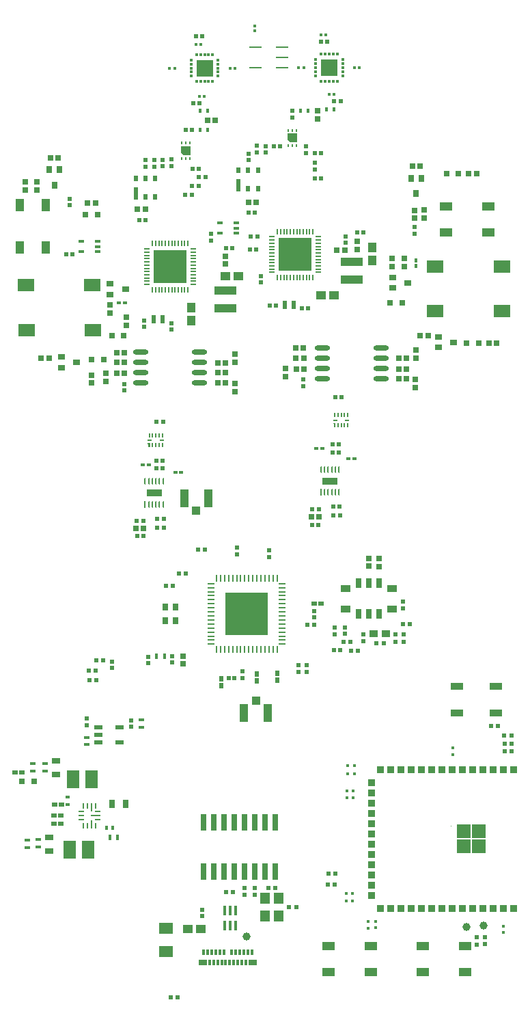
<source format=gtp>
G04*
G04 #@! TF.GenerationSoftware,Altium Limited,Altium Designer,24.2.2 (26)*
G04*
G04 Layer_Color=8421504*
%FSLAX44Y44*%
%MOMM*%
G71*
G04*
G04 #@! TF.SameCoordinates,1647D1FA-22C0-4C44-882E-AE6E89F1C5CA*
G04*
G04*
G04 #@! TF.FilePolarity,Positive*
G04*
G01*
G75*
%ADD17R,0.2000X0.5000*%
%ADD18R,0.5000X0.2000*%
%ADD19R,1.8231X0.9231*%
%ADD20R,0.5200X0.5200*%
%ADD21R,2.7000X1.0000*%
%ADD22R,1.8000X1.3400*%
%ADD23R,0.2500X0.4000*%
%ADD24C,0.9900*%
%ADD25R,0.8128X0.2540*%
%ADD26R,0.2540X0.8128*%
%ADD27R,0.6750X0.4500*%
%ADD28R,1.1000X0.6000*%
%ADD29R,0.4500X0.4500*%
%ADD30R,0.8890X0.8382*%
%ADD31R,0.8382X0.8890*%
%ADD32R,0.0254X0.0254*%
%ADD33R,0.2000X0.6500*%
%ADD34R,0.6500X0.2000*%
%ADD35R,4.1000X4.1000*%
%ADD36R,0.8000X0.8000*%
%ADD37R,5.3086X5.3086*%
%ADD38R,1.2500X0.8500*%
%ADD39R,0.6500X1.2500*%
%ADD40R,0.6500X0.7000*%
%ADD41R,0.5200X0.5200*%
%ADD42R,1.5549X2.3062*%
%ADD43R,0.6500X0.6000*%
%ADD44R,0.5500X0.4500*%
%ADD45R,1.0500X0.6500*%
G04:AMPARAMS|DCode=46|XSize=0.25mm|YSize=0.675mm|CornerRadius=0.05mm|HoleSize=0mm|Usage=FLASHONLY|Rotation=0.000|XOffset=0mm|YOffset=0mm|HoleType=Round|Shape=RoundedRectangle|*
%AMROUNDEDRECTD46*
21,1,0.2500,0.5750,0,0,0.0*
21,1,0.1500,0.6750,0,0,0.0*
1,1,0.1000,0.0750,-0.2875*
1,1,0.1000,-0.0750,-0.2875*
1,1,0.1000,-0.0750,0.2875*
1,1,0.1000,0.0750,0.2875*
%
%ADD46ROUNDEDRECTD46*%
G04:AMPARAMS|DCode=47|XSize=1.225mm|YSize=0.25mm|CornerRadius=0.05mm|HoleSize=0mm|Usage=FLASHONLY|Rotation=0.000|XOffset=0mm|YOffset=0mm|HoleType=Round|Shape=RoundedRectangle|*
%AMROUNDEDRECTD47*
21,1,1.2250,0.1500,0,0,0.0*
21,1,1.1250,0.2500,0,0,0.0*
1,1,0.1000,0.5625,-0.0750*
1,1,0.1000,-0.5625,-0.0750*
1,1,0.1000,-0.5625,0.0750*
1,1,0.1000,0.5625,0.0750*
%
%ADD47ROUNDEDRECTD47*%
G04:AMPARAMS|DCode=48|XSize=0.25mm|YSize=0.975mm|CornerRadius=0.05mm|HoleSize=0mm|Usage=FLASHONLY|Rotation=0.000|XOffset=0mm|YOffset=0mm|HoleType=Round|Shape=RoundedRectangle|*
%AMROUNDEDRECTD48*
21,1,0.2500,0.8750,0,0,0.0*
21,1,0.1500,0.9750,0,0,0.0*
1,1,0.1000,0.0750,-0.4375*
1,1,0.1000,-0.0750,-0.4375*
1,1,0.1000,-0.0750,0.4375*
1,1,0.1000,0.0750,0.4375*
%
%ADD48ROUNDEDRECTD48*%
G04:AMPARAMS|DCode=49|XSize=0.625mm|YSize=0.25mm|CornerRadius=0.05mm|HoleSize=0mm|Usage=FLASHONLY|Rotation=0.000|XOffset=0mm|YOffset=0mm|HoleType=Round|Shape=RoundedRectangle|*
%AMROUNDEDRECTD49*
21,1,0.6250,0.1500,0,0,0.0*
21,1,0.5250,0.2500,0,0,0.0*
1,1,0.1000,0.2625,-0.0750*
1,1,0.1000,-0.2625,-0.0750*
1,1,0.1000,-0.2625,0.0750*
1,1,0.1000,0.2625,0.0750*
%
%ADD49ROUNDEDRECTD49*%
%ADD50R,0.4500X0.6750*%
%ADD51R,0.4000X0.5000*%
%ADD52R,0.6500X1.0500*%
%ADD53R,0.4572X0.3048*%
%ADD54R,0.3048X0.4572*%
%ADD55R,2.0000X2.0000*%
%ADD56R,0.4541X0.3627*%
%ADD57R,0.3000X0.7000*%
%ADD58R,1.0000X0.7000*%
%ADD59R,0.4500X0.4500*%
%ADD60R,0.3000X0.3500*%
%ADD61R,1.4986X0.2032*%
%ADD62R,0.4100X0.6600*%
%ADD63R,0.8000X0.9000*%
%ADD64R,0.6725X0.7154*%
%ADD65R,0.5500X0.6000*%
%ADD66R,0.6000X0.5500*%
%ADD67R,0.6000X0.6500*%
%ADD68R,0.5500X0.5000*%
%ADD69R,0.5000X0.5500*%
%ADD70R,1.0500X2.2000*%
%ADD71R,1.0000X1.0500*%
%ADD72R,0.6500X0.6500*%
%ADD73R,0.5153X0.4725*%
%ADD74R,1.2084X1.0121*%
%ADD75R,1.0121X1.2084*%
%ADD76R,0.5000X1.0000*%
%ADD77R,0.6153X0.5725*%
G04:AMPARAMS|DCode=78|XSize=0.8397mm|YSize=0.2225mm|CornerRadius=0.1112mm|HoleSize=0mm|Usage=FLASHONLY|Rotation=90.000|XOffset=0mm|YOffset=0mm|HoleType=Round|Shape=RoundedRectangle|*
%AMROUNDEDRECTD78*
21,1,0.8397,0.0000,0,0,90.0*
21,1,0.6172,0.2225,0,0,90.0*
1,1,0.2225,0.0000,0.3086*
1,1,0.2225,0.0000,-0.3086*
1,1,0.2225,0.0000,-0.3086*
1,1,0.2225,0.0000,0.3086*
%
%ADD78ROUNDEDRECTD78*%
%ADD79R,0.2225X0.8397*%
%ADD80R,0.5000X0.4500*%
%ADD81R,0.7154X0.6725*%
%ADD82R,0.7000X0.6500*%
%ADD83R,0.6500X0.6500*%
G04:AMPARAMS|DCode=84|XSize=0.4mm|YSize=0.65mm|CornerRadius=0.05mm|HoleSize=0mm|Usage=FLASHONLY|Rotation=270.000|XOffset=0mm|YOffset=0mm|HoleType=Round|Shape=RoundedRectangle|*
%AMROUNDEDRECTD84*
21,1,0.4000,0.5500,0,0,270.0*
21,1,0.3000,0.6500,0,0,270.0*
1,1,0.1000,-0.2750,-0.1500*
1,1,0.1000,-0.2750,0.1500*
1,1,0.1000,0.2750,0.1500*
1,1,0.1000,0.2750,-0.1500*
%
%ADD84ROUNDEDRECTD84*%
%ADD85R,2.1463X1.4986*%
%ADD86R,0.9000X0.7000*%
%ADD87R,0.6000X0.7500*%
%ADD88R,0.6000X1.5000*%
%ADD89R,0.4725X0.5153*%
%ADD90R,0.4500X0.5000*%
%ADD91R,0.5400X0.6000*%
%ADD92R,1.0000X1.5500*%
%ADD93O,1.9000X0.6500*%
%ADD94R,0.5400X0.5800*%
%ADD95R,0.5725X0.6153*%
%ADD96R,1.5500X1.0000*%
%ADD97R,0.7000X0.9000*%
%ADD98R,0.3627X0.4541*%
%ADD99R,0.6000X0.5400*%
%ADD100R,0.5500X0.5500*%
%ADD101C,1.0000*%
%ADD102R,1.1999X1.3998*%
%ADD103R,1.3061X1.0582*%
%ADD104R,1.5000X0.9000*%
%ADD105R,0.6604X2.0320*%
G04:AMPARAMS|DCode=106|XSize=1.19mm|YSize=0.4mm|CornerRadius=0.05mm|HoleSize=0mm|Usage=FLASHONLY|Rotation=90.000|XOffset=0mm|YOffset=0mm|HoleType=Round|Shape=RoundedRectangle|*
%AMROUNDEDRECTD106*
21,1,1.1900,0.3000,0,0,90.0*
21,1,1.0900,0.4000,0,0,90.0*
1,1,0.1000,0.1500,0.5450*
1,1,0.1000,0.1500,-0.5450*
1,1,0.1000,-0.1500,-0.5450*
1,1,0.1000,-0.1500,0.5450*
%
%ADD106ROUNDEDRECTD106*%
%ADD107R,0.5500X0.5500*%
%ADD108R,1.0000X0.9700*%
G36*
X362462Y1079048D02*
X354212D01*
X350462Y1082798D01*
Y1090048D01*
X362462D01*
Y1079048D01*
D02*
G37*
G36*
X230246Y1062998D02*
X221996D01*
X218246Y1066748D01*
Y1073998D01*
X230246D01*
Y1062998D01*
D02*
G37*
G36*
X410000Y726500D02*
X408000D01*
Y730000D01*
X407000D01*
Y731500D01*
X410000D01*
Y726500D01*
D02*
G37*
G36*
X180172Y701828D02*
X178172D01*
Y705328D01*
X177172D01*
Y706828D01*
X180172D01*
Y701828D01*
D02*
G37*
G36*
X595851Y217350D02*
X579309D01*
Y233892D01*
X595851D01*
Y217350D01*
D02*
G37*
G36*
X577309D02*
X560767D01*
Y233892D01*
X577309D01*
Y217350D01*
D02*
G37*
G36*
X595851Y198808D02*
X579309D01*
Y215350D01*
X595851D01*
Y198808D01*
D02*
G37*
G36*
X577309D02*
X560767D01*
Y215350D01*
X577309D01*
Y198808D01*
D02*
G37*
D17*
X179172Y716328D02*
D03*
X183172Y716328D02*
D03*
X187172D02*
D03*
X191172D02*
D03*
X195172Y716328D02*
D03*
X195172Y704328D02*
D03*
X191172Y704328D02*
D03*
X187172D02*
D03*
X183172D02*
D03*
X409000Y741000D02*
D03*
X413000Y741000D02*
D03*
X417000D02*
D03*
X421000D02*
D03*
X425000Y741000D02*
D03*
X425000Y729000D02*
D03*
X421000Y729000D02*
D03*
X417000D02*
D03*
X413000D02*
D03*
D18*
X179673Y710328D02*
D03*
X194672Y710329D02*
D03*
X409500Y735000D02*
D03*
X424500Y735000D02*
D03*
D19*
X185000Y645000D02*
D03*
X403037Y659718D02*
D03*
D20*
X206887Y1049725D02*
D03*
Y1057725D02*
D03*
X156800Y355334D02*
D03*
X101330Y365367D02*
D03*
Y357366D02*
D03*
X156800Y363334D02*
D03*
X207572Y434862D02*
D03*
Y442862D02*
D03*
X178111Y433816D02*
D03*
Y441816D02*
D03*
X421423Y478298D02*
D03*
Y470298D02*
D03*
X374168Y423227D02*
D03*
Y431227D02*
D03*
X364113Y423168D02*
D03*
Y431168D02*
D03*
X132584Y428062D02*
D03*
Y436062D02*
D03*
X206825Y847125D02*
D03*
Y855126D02*
D03*
X172939Y850619D02*
D03*
Y858619D02*
D03*
X174129Y1056984D02*
D03*
Y1048984D02*
D03*
X185161Y1057157D02*
D03*
Y1049157D02*
D03*
X147752Y779568D02*
D03*
Y771568D02*
D03*
X317860Y913626D02*
D03*
Y905626D02*
D03*
X256093Y965693D02*
D03*
Y957693D02*
D03*
X373546Y1074004D02*
D03*
Y1066004D02*
D03*
X301940Y1065175D02*
D03*
Y1057175D02*
D03*
X356446Y1117923D02*
D03*
Y1109923D02*
D03*
X312240Y1066834D02*
D03*
Y1074835D02*
D03*
X508061Y966143D02*
D03*
Y974143D02*
D03*
X370183Y785047D02*
D03*
Y777047D02*
D03*
X80000Y1001000D02*
D03*
Y1009000D02*
D03*
D21*
X273625Y873721D02*
D03*
Y895721D02*
D03*
X430000Y931000D02*
D03*
Y909000D02*
D03*
D22*
X200132Y105391D02*
D03*
Y76791D02*
D03*
D23*
X219246Y1058998D02*
D03*
X224246D02*
D03*
X229246D02*
D03*
Y1077998D02*
D03*
X224246D02*
D03*
X219246D02*
D03*
X351462Y1094048D02*
D03*
X356462D02*
D03*
X361462D02*
D03*
Y1075048D02*
D03*
X356462D02*
D03*
X351462D02*
D03*
D24*
X224746Y1068498D02*
D03*
X356962Y1084548D02*
D03*
D25*
X343942Y522507D02*
D03*
Y472494D02*
D03*
X256058Y467493D02*
D03*
Y462492D02*
D03*
X343942Y477496D02*
D03*
Y492499D02*
D03*
Y497501D02*
D03*
Y502502D02*
D03*
Y507503D02*
D03*
Y512504D02*
D03*
Y517506D02*
D03*
Y457491D02*
D03*
X256058D02*
D03*
X343942Y487498D02*
D03*
X256058Y522507D02*
D03*
Y517506D02*
D03*
Y477496D02*
D03*
X343942Y527508D02*
D03*
X256058Y482497D02*
D03*
X343942Y462492D02*
D03*
Y467493D02*
D03*
X256058Y507503D02*
D03*
Y472494D02*
D03*
Y527508D02*
D03*
X343942Y482497D02*
D03*
X256058Y502502D02*
D03*
Y497501D02*
D03*
Y492499D02*
D03*
Y487498D02*
D03*
X343942Y532509D02*
D03*
X256058Y512504D02*
D03*
Y532509D02*
D03*
D26*
X337509Y451058D02*
D03*
X287497D02*
D03*
X282496Y538942D02*
D03*
X277494Y451058D02*
D03*
X282496D02*
D03*
X292498D02*
D03*
X337509Y538942D02*
D03*
X332508D02*
D03*
X327507D02*
D03*
X322506D02*
D03*
X317504D02*
D03*
X312503D02*
D03*
X307502D02*
D03*
X302501D02*
D03*
X297499D02*
D03*
X292498D02*
D03*
X287497D02*
D03*
X307502Y451058D02*
D03*
X322506D02*
D03*
X262491Y538942D02*
D03*
X272493Y451058D02*
D03*
X262491D02*
D03*
X272493Y538942D02*
D03*
X277494D02*
D03*
X267492Y451058D02*
D03*
Y538942D02*
D03*
X297499Y451058D02*
D03*
X312503D02*
D03*
X317504D02*
D03*
X327507D02*
D03*
X332508D02*
D03*
X302501D02*
D03*
D27*
X169233Y354829D02*
D03*
X41195Y215252D02*
D03*
Y206003D02*
D03*
X28049Y214998D02*
D03*
Y205748D02*
D03*
X50000Y309625D02*
D03*
Y300375D02*
D03*
X35000Y309625D02*
D03*
Y300375D02*
D03*
X101569Y342202D02*
D03*
Y332952D02*
D03*
X169233Y364079D02*
D03*
D28*
X142000Y354500D02*
D03*
Y335500D02*
D03*
X116000D02*
D03*
Y345000D02*
D03*
Y354500D02*
D03*
D29*
X618292Y100221D02*
D03*
Y108221D02*
D03*
X460000Y106000D02*
D03*
Y114000D02*
D03*
X450133Y113896D02*
D03*
Y105896D02*
D03*
X555000Y321000D02*
D03*
Y329000D02*
D03*
D30*
X630846Y302159D02*
D03*
X618146D02*
D03*
X605446D02*
D03*
X592746D02*
D03*
X580046D02*
D03*
X567346D02*
D03*
X554646D02*
D03*
X541946D02*
D03*
X529246D02*
D03*
X516546D02*
D03*
X503846D02*
D03*
X491146D02*
D03*
X478446D02*
D03*
X465746D02*
D03*
Y130541D02*
D03*
X478446D02*
D03*
X491146D02*
D03*
X503846D02*
D03*
X516546D02*
D03*
X529246D02*
D03*
X541946D02*
D03*
X554646D02*
D03*
X567346D02*
D03*
X580046D02*
D03*
X592746D02*
D03*
X605446D02*
D03*
X618146D02*
D03*
X630846D02*
D03*
D31*
X455000Y286200D02*
D03*
Y273500D02*
D03*
Y260800D02*
D03*
Y248100D02*
D03*
Y235400D02*
D03*
Y222700D02*
D03*
Y210000D02*
D03*
Y197300D02*
D03*
Y184600D02*
D03*
Y171900D02*
D03*
Y159200D02*
D03*
Y146500D02*
D03*
D32*
X553701Y231307D02*
D03*
D33*
X227000Y953750D02*
D03*
X223000D02*
D03*
X219000D02*
D03*
X215000D02*
D03*
X211000D02*
D03*
X207000D02*
D03*
X203000D02*
D03*
X199000D02*
D03*
X195000D02*
D03*
X191000D02*
D03*
X187000D02*
D03*
X183000D02*
D03*
Y896250D02*
D03*
X187000D02*
D03*
X191000D02*
D03*
X195000D02*
D03*
X199000D02*
D03*
X203000D02*
D03*
X207000D02*
D03*
X211000D02*
D03*
X215000D02*
D03*
X219000D02*
D03*
X223000D02*
D03*
X227000D02*
D03*
X382000Y911250D02*
D03*
X378000D02*
D03*
X374000D02*
D03*
X370000D02*
D03*
X366000D02*
D03*
X362000D02*
D03*
X358000D02*
D03*
X354000D02*
D03*
X350000D02*
D03*
X346000D02*
D03*
X342000D02*
D03*
X338000D02*
D03*
Y968750D02*
D03*
X342000D02*
D03*
X346000D02*
D03*
X350000D02*
D03*
X354000D02*
D03*
X358000D02*
D03*
X362000D02*
D03*
X366000D02*
D03*
X370000D02*
D03*
X374000D02*
D03*
X378000D02*
D03*
X382000D02*
D03*
D34*
X176250Y947000D02*
D03*
Y943000D02*
D03*
Y939000D02*
D03*
Y935000D02*
D03*
Y931000D02*
D03*
Y927000D02*
D03*
Y923000D02*
D03*
Y919000D02*
D03*
Y915000D02*
D03*
Y911000D02*
D03*
Y907000D02*
D03*
Y903000D02*
D03*
X233750D02*
D03*
Y907000D02*
D03*
Y911000D02*
D03*
Y915000D02*
D03*
Y919000D02*
D03*
Y923000D02*
D03*
Y927000D02*
D03*
Y931000D02*
D03*
Y935000D02*
D03*
Y939000D02*
D03*
Y943000D02*
D03*
Y947000D02*
D03*
X388750Y962000D02*
D03*
Y958000D02*
D03*
Y954000D02*
D03*
Y950000D02*
D03*
Y946000D02*
D03*
Y942000D02*
D03*
Y938000D02*
D03*
Y934000D02*
D03*
Y930000D02*
D03*
Y926000D02*
D03*
Y922000D02*
D03*
Y918000D02*
D03*
X331250D02*
D03*
Y922000D02*
D03*
Y926000D02*
D03*
Y930000D02*
D03*
Y934000D02*
D03*
Y938000D02*
D03*
Y942000D02*
D03*
Y946000D02*
D03*
Y950000D02*
D03*
Y954000D02*
D03*
Y958000D02*
D03*
Y962000D02*
D03*
D35*
X205000Y925000D02*
D03*
X360000Y940000D02*
D03*
D36*
X572500Y830000D02*
D03*
X587500D02*
D03*
X36260Y287728D02*
D03*
X21260D02*
D03*
X115168Y989113D02*
D03*
X100168D02*
D03*
X147500Y840000D02*
D03*
X132500D02*
D03*
X122500Y810000D02*
D03*
X107500D02*
D03*
X562500Y1040000D02*
D03*
X547500D02*
D03*
X477500Y880000D02*
D03*
X492500D02*
D03*
D37*
X300000Y495000D02*
D03*
D38*
X479750Y501300D02*
D03*
X422250D02*
D03*
Y526700D02*
D03*
X479750D02*
D03*
D39*
X463700Y495250D02*
D03*
X451000D02*
D03*
X438300D02*
D03*
Y532750D02*
D03*
X451000D02*
D03*
X463700D02*
D03*
D40*
X463751Y553745D02*
D03*
Y563245D02*
D03*
X451000Y554250D02*
D03*
Y563750D02*
D03*
X273311Y928462D02*
D03*
Y937962D02*
D03*
X436625Y946557D02*
D03*
Y956057D02*
D03*
D41*
X414000Y695000D02*
D03*
X406000D02*
D03*
X236646Y1210183D02*
D03*
X244646D02*
D03*
X391584Y1203279D02*
D03*
X399584D02*
D03*
X208000Y530000D02*
D03*
X200000D02*
D03*
X240000Y575000D02*
D03*
X248000D02*
D03*
X415745Y450104D02*
D03*
X407745D02*
D03*
X437415Y449683D02*
D03*
X429415D02*
D03*
X104427Y424493D02*
D03*
X112427D02*
D03*
X216000Y545000D02*
D03*
X224000D02*
D03*
X188089Y732565D02*
D03*
X196089D02*
D03*
X223671Y1014428D02*
D03*
X231671D02*
D03*
X248617Y1035853D02*
D03*
X240617D02*
D03*
X189063Y612663D02*
D03*
X197063D02*
D03*
X189106Y602019D02*
D03*
X197106D02*
D03*
X187837Y675076D02*
D03*
X195837D02*
D03*
X187729Y685052D02*
D03*
X195729D02*
D03*
X84000Y940000D02*
D03*
X76000D02*
D03*
X232421Y1046207D02*
D03*
X240421D02*
D03*
X232316Y1094507D02*
D03*
X224316D02*
D03*
X417404Y763220D02*
D03*
X409404D02*
D03*
X376236Y873380D02*
D03*
X368236D02*
D03*
X328196Y876816D02*
D03*
X336196D02*
D03*
X392314Y1034696D02*
D03*
X384314D02*
D03*
X392250Y1065363D02*
D03*
X384250D02*
D03*
X406926Y627620D02*
D03*
X414925D02*
D03*
X407482Y617329D02*
D03*
X415482D02*
D03*
X313017Y962378D02*
D03*
X305017D02*
D03*
X406000Y705000D02*
D03*
X414000D02*
D03*
X341296Y1074477D02*
D03*
X333296D02*
D03*
X610957Y356112D02*
D03*
X602957D02*
D03*
D42*
X84984Y290053D02*
D03*
X107497D02*
D03*
X80840Y203263D02*
D03*
X103353D02*
D03*
D43*
X61685Y258620D02*
D03*
X70185D02*
D03*
X12959Y298801D02*
D03*
X21459D02*
D03*
X60750Y245000D02*
D03*
X69250D02*
D03*
Y235000D02*
D03*
X60750D02*
D03*
X392121Y508029D02*
D03*
X383621D02*
D03*
D44*
X78112Y267759D02*
D03*
Y258759D02*
D03*
D45*
X55000Y201500D02*
D03*
Y218500D02*
D03*
X63810Y296326D02*
D03*
Y313326D02*
D03*
D46*
X97500Y257125D02*
D03*
X102500D02*
D03*
X112500D02*
D03*
Y232875D02*
D03*
X102500D02*
D03*
X97500D02*
D03*
D47*
X112375Y245000D02*
D03*
D48*
X107500Y255625D02*
D03*
Y234375D02*
D03*
D49*
X115375Y250000D02*
D03*
Y240000D02*
D03*
X94625D02*
D03*
Y245000D02*
D03*
Y250000D02*
D03*
D50*
X139683Y218585D02*
D03*
X130433D02*
D03*
D51*
X134000Y230000D02*
D03*
X126000D02*
D03*
D52*
X133100Y260000D02*
D03*
X150100D02*
D03*
D53*
X385143Y1181530D02*
D03*
Y1176529D02*
D03*
Y1171528D02*
D03*
Y1166526D02*
D03*
Y1161525D02*
D03*
X418671D02*
D03*
Y1166526D02*
D03*
Y1171528D02*
D03*
Y1176529D02*
D03*
Y1181530D02*
D03*
X264414Y1181077D02*
D03*
Y1176076D02*
D03*
Y1171075D02*
D03*
Y1166073D02*
D03*
Y1161072D02*
D03*
X230886D02*
D03*
Y1166073D02*
D03*
Y1171075D02*
D03*
Y1176076D02*
D03*
Y1181077D02*
D03*
D54*
X391905Y1154764D02*
D03*
X396906D02*
D03*
X401907D02*
D03*
X406909D02*
D03*
X411910D02*
D03*
Y1188292D02*
D03*
X406909D02*
D03*
X401907D02*
D03*
X396906D02*
D03*
X391905D02*
D03*
X237647Y1187839D02*
D03*
X242649D02*
D03*
X247650D02*
D03*
X252651D02*
D03*
X257652D02*
D03*
Y1154311D02*
D03*
X252651D02*
D03*
X247650D02*
D03*
X242649D02*
D03*
X237647D02*
D03*
D55*
X401907Y1171528D02*
D03*
X247650Y1171075D02*
D03*
D56*
X439668Y1171609D02*
D03*
X433582D02*
D03*
X285150Y1170998D02*
D03*
X279064D02*
D03*
X210541D02*
D03*
X204454D02*
D03*
X370486Y1171609D02*
D03*
X364400D02*
D03*
X402002Y1138252D02*
D03*
X408089D02*
D03*
X247460Y1135783D02*
D03*
X241374D02*
D03*
D57*
X246361Y75965D02*
D03*
X251361D02*
D03*
X256361D02*
D03*
X261361D02*
D03*
X266361D02*
D03*
X271361D02*
D03*
X281361D02*
D03*
X286361D02*
D03*
X291361D02*
D03*
X296361D02*
D03*
X301361D02*
D03*
X306361D02*
D03*
X298861Y62965D02*
D03*
X293861D02*
D03*
X288861D02*
D03*
X283861D02*
D03*
X278861D02*
D03*
X273861D02*
D03*
X268861D02*
D03*
X263861D02*
D03*
X258861D02*
D03*
X253861D02*
D03*
D58*
X307361D02*
D03*
X245361D02*
D03*
D59*
X431860Y275994D02*
D03*
X423860D02*
D03*
X423023Y148820D02*
D03*
X431023D02*
D03*
X425214Y297308D02*
D03*
X433214D02*
D03*
X423860Y267249D02*
D03*
X431860D02*
D03*
X431211Y139303D02*
D03*
X423211D02*
D03*
X433368Y307027D02*
D03*
X425368D02*
D03*
D60*
X242750Y1200000D02*
D03*
X237250D02*
D03*
X397751Y1212237D02*
D03*
X392251D02*
D03*
D61*
X343643Y1171487D02*
D03*
X310369Y1196887D02*
D03*
Y1171487D02*
D03*
X343643Y1196887D02*
D03*
Y1184187D02*
D03*
D62*
X198050Y442831D02*
D03*
X187950D02*
D03*
D63*
X211250Y503250D02*
D03*
Y486750D02*
D03*
X198750D02*
D03*
Y503250D02*
D03*
D64*
X220877Y432841D02*
D03*
Y442412D02*
D03*
X387438Y1108318D02*
D03*
Y1117889D02*
D03*
D65*
X287565Y568506D02*
D03*
Y577006D02*
D03*
X327229Y565378D02*
D03*
Y573878D02*
D03*
X295000Y424250D02*
D03*
Y415750D02*
D03*
X409080Y478268D02*
D03*
Y469768D02*
D03*
D66*
X400750Y160000D02*
D03*
X409250D02*
D03*
X401083Y173372D02*
D03*
X409583D02*
D03*
X374947Y481278D02*
D03*
X383447D02*
D03*
X428758Y460202D02*
D03*
X420258D02*
D03*
X104582Y413251D02*
D03*
X113082D02*
D03*
X121697Y437764D02*
D03*
X113197D02*
D03*
X163480Y610437D02*
D03*
X171980D02*
D03*
X380750Y625000D02*
D03*
X389250D02*
D03*
D67*
X312147Y412361D02*
D03*
Y420862D02*
D03*
X337746Y412873D02*
D03*
Y421373D02*
D03*
X268054Y406127D02*
D03*
Y414627D02*
D03*
D68*
X284843Y415387D02*
D03*
X277343D02*
D03*
D69*
X383656Y490660D02*
D03*
Y498160D02*
D03*
D70*
X325956Y371930D02*
D03*
X296456D02*
D03*
X222419Y638192D02*
D03*
X251919D02*
D03*
D71*
X311206Y387180D02*
D03*
X237169Y622942D02*
D03*
D72*
X102602Y1003691D02*
D03*
X112602D02*
D03*
X55129Y812048D02*
D03*
X45129D02*
D03*
X411837Y945426D02*
D03*
X421837D02*
D03*
X585000Y1040000D02*
D03*
X575000D02*
D03*
X610000Y830000D02*
D03*
X600000D02*
D03*
X525000Y840000D02*
D03*
X515000D02*
D03*
D73*
X282124Y948398D02*
D03*
X274552D02*
D03*
X166416Y982892D02*
D03*
X173988D02*
D03*
X164076Y591449D02*
D03*
X171648D02*
D03*
X444669Y967595D02*
D03*
X437097D02*
D03*
X310013Y992227D02*
D03*
X302441D02*
D03*
X381214Y605000D02*
D03*
X388786D02*
D03*
X311417Y945964D02*
D03*
X303846D02*
D03*
D74*
X273147Y912999D02*
D03*
X289184D02*
D03*
X391981Y890000D02*
D03*
X408019D02*
D03*
D75*
X231418Y874307D02*
D03*
Y858270D02*
D03*
X455801Y932512D02*
D03*
Y948549D02*
D03*
D76*
X195500Y860000D02*
D03*
X184500D02*
D03*
X357716Y877638D02*
D03*
X346716D02*
D03*
D77*
X231678Y1025220D02*
D03*
X240249D02*
D03*
D78*
X173750Y659155D02*
D03*
X178250D02*
D03*
X182750D02*
D03*
X187250D02*
D03*
X191750D02*
D03*
X196250D02*
D03*
Y630845D02*
D03*
X191750D02*
D03*
X187250D02*
D03*
X182750D02*
D03*
X178250D02*
D03*
X391787Y673873D02*
D03*
X396287D02*
D03*
X400787D02*
D03*
X405287D02*
D03*
X409787D02*
D03*
X414286D02*
D03*
Y645563D02*
D03*
X409787D02*
D03*
X405287D02*
D03*
X400787D02*
D03*
X396287D02*
D03*
D79*
X173750Y630845D02*
D03*
X391787Y645563D02*
D03*
D80*
X211250Y670000D02*
D03*
X218750D02*
D03*
X178222Y679395D02*
D03*
X170722D02*
D03*
X141250Y880000D02*
D03*
X148750D02*
D03*
X426240Y686957D02*
D03*
X433741D02*
D03*
X393750Y700000D02*
D03*
X386250D02*
D03*
D81*
X164550Y996370D02*
D03*
X174121D02*
D03*
X261126Y1106461D02*
D03*
X251555D02*
D03*
X311822Y1004834D02*
D03*
X302251D02*
D03*
D82*
X162717Y600482D02*
D03*
X172217D02*
D03*
X148200Y793193D02*
D03*
X138700D02*
D03*
X263835Y806094D02*
D03*
X273335D02*
D03*
X264044Y793612D02*
D03*
X273544D02*
D03*
X273440Y780816D02*
D03*
X263939D02*
D03*
X148514Y818786D02*
D03*
X139014D02*
D03*
X138805Y806199D02*
D03*
X148305D02*
D03*
X380250Y615000D02*
D03*
X389750D02*
D03*
X505250Y1050000D02*
D03*
X514750D02*
D03*
X370715Y798228D02*
D03*
X361215D02*
D03*
X488273Y811499D02*
D03*
X497773D02*
D03*
X488582Y798537D02*
D03*
X498082D02*
D03*
X497644Y786240D02*
D03*
X488144D02*
D03*
X370304Y824051D02*
D03*
X360804D02*
D03*
X360957Y811490D02*
D03*
X370457D02*
D03*
X56750Y1060162D02*
D03*
X66250D02*
D03*
D83*
X150573Y862502D02*
D03*
Y852502D02*
D03*
X130081Y877351D02*
D03*
Y867351D02*
D03*
X107602Y780816D02*
D03*
Y790816D02*
D03*
X40000Y1020000D02*
D03*
Y1030000D02*
D03*
X25313Y1030000D02*
D03*
Y1020000D02*
D03*
X125179Y792998D02*
D03*
Y782998D02*
D03*
X285213Y806687D02*
D03*
Y816687D02*
D03*
X285332Y780150D02*
D03*
Y770150D02*
D03*
X480000Y925000D02*
D03*
Y935000D02*
D03*
X495000Y925000D02*
D03*
Y935000D02*
D03*
X508040Y984923D02*
D03*
Y994923D02*
D03*
X520000Y995000D02*
D03*
Y985000D02*
D03*
X347559Y798596D02*
D03*
Y788596D02*
D03*
X509713Y811908D02*
D03*
Y821908D02*
D03*
X509019Y785611D02*
D03*
Y775611D02*
D03*
D84*
X115250Y943500D02*
D03*
Y950000D02*
D03*
Y956500D02*
D03*
X94750D02*
D03*
Y943500D02*
D03*
X287250Y966291D02*
D03*
Y972791D02*
D03*
Y979291D02*
D03*
X266750D02*
D03*
Y966291D02*
D03*
D85*
X108378Y902000D02*
D03*
X25955D02*
D03*
X109269Y846144D02*
D03*
X26846D02*
D03*
X533788Y925000D02*
D03*
X616212D02*
D03*
X533788Y870000D02*
D03*
X616212D02*
D03*
D86*
X130678Y903803D02*
D03*
Y890803D02*
D03*
X149678Y897303D02*
D03*
X70000Y813000D02*
D03*
Y800000D02*
D03*
X89000Y806500D02*
D03*
X480500Y911500D02*
D03*
Y898500D02*
D03*
X499500Y905000D02*
D03*
X537299Y838073D02*
D03*
Y825073D02*
D03*
X556299Y831573D02*
D03*
D87*
X186129Y1034240D02*
D03*
X174129D02*
D03*
X162129D02*
D03*
X186129Y1011740D02*
D03*
X174129D02*
D03*
X313814Y1044237D02*
D03*
X301814D02*
D03*
X289814D02*
D03*
X313814Y1021737D02*
D03*
X301814D02*
D03*
D88*
X162129Y1015490D02*
D03*
X289814Y1025487D02*
D03*
D89*
X195961Y1049602D02*
D03*
Y1057174D02*
D03*
X323180Y1074247D02*
D03*
Y1066675D02*
D03*
X245000Y128786D02*
D03*
Y121214D02*
D03*
D90*
X241795Y1118265D02*
D03*
X251295D02*
D03*
X251704Y1094652D02*
D03*
X242204D02*
D03*
X509966Y925632D02*
D03*
Y933133D02*
D03*
X408052Y1119563D02*
D03*
X398552D02*
D03*
X375874Y1118147D02*
D03*
X366374D02*
D03*
D91*
X241540Y1127222D02*
D03*
X233340D02*
D03*
X408020Y1129832D02*
D03*
X416220D02*
D03*
X326971Y155815D02*
D03*
X335571D02*
D03*
X361112Y131400D02*
D03*
X352512D02*
D03*
X628411Y324514D02*
D03*
X619811D02*
D03*
X628237Y334252D02*
D03*
X619637D02*
D03*
X627802Y343991D02*
D03*
X619202D02*
D03*
X283165Y150401D02*
D03*
X274566D02*
D03*
X501879Y482256D02*
D03*
X493279D02*
D03*
D92*
X51000Y1001250D02*
D03*
Y948750D02*
D03*
X19000Y1001250D02*
D03*
Y948750D02*
D03*
D93*
X241500Y780950D02*
D03*
Y793650D02*
D03*
Y806350D02*
D03*
Y819050D02*
D03*
X168500Y780950D02*
D03*
Y793650D02*
D03*
Y806350D02*
D03*
Y819050D02*
D03*
X466500Y785950D02*
D03*
Y798650D02*
D03*
Y811350D02*
D03*
Y824050D02*
D03*
X393500Y785950D02*
D03*
Y798650D02*
D03*
Y811350D02*
D03*
Y824050D02*
D03*
D94*
X422815Y962680D02*
D03*
Y954880D02*
D03*
D95*
X384195Y1045680D02*
D03*
Y1054252D02*
D03*
D96*
X547250Y999500D02*
D03*
X599750D02*
D03*
X547250Y967500D02*
D03*
X599750D02*
D03*
X570877Y51259D02*
D03*
X518377D02*
D03*
X570877Y83259D02*
D03*
X518377D02*
D03*
X454047Y51208D02*
D03*
X401547D02*
D03*
X454047Y83208D02*
D03*
X401547D02*
D03*
D97*
X516500Y1034500D02*
D03*
X503500D02*
D03*
X510000Y1015500D02*
D03*
X68000Y1045000D02*
D03*
X55000D02*
D03*
X61500Y1026000D02*
D03*
D98*
X310000Y1223043D02*
D03*
Y1216957D02*
D03*
D99*
X494044Y460660D02*
D03*
Y469260D02*
D03*
X493196Y510029D02*
D03*
Y501429D02*
D03*
X444545Y469938D02*
D03*
X297248Y146956D02*
D03*
Y155556D02*
D03*
X309633Y146829D02*
D03*
Y155429D02*
D03*
X595000Y94300D02*
D03*
Y85700D02*
D03*
X483873Y460660D02*
D03*
Y469260D02*
D03*
X444545Y461338D02*
D03*
D100*
X460726Y458857D02*
D03*
X469726D02*
D03*
X205500Y20000D02*
D03*
X214500D02*
D03*
D101*
X593605Y109172D02*
D03*
X572207Y106879D02*
D03*
X300000Y95000D02*
D03*
D102*
X322705Y142734D02*
D03*
Y120733D02*
D03*
X339705Y142733D02*
D03*
Y120733D02*
D03*
D103*
X227239Y105000D02*
D03*
X242761D02*
D03*
D104*
X609113Y371952D02*
D03*
Y404952D02*
D03*
X560112D02*
D03*
Y371952D02*
D03*
D105*
X335456Y237155D02*
D03*
X322756D02*
D03*
X310056D02*
D03*
X297356D02*
D03*
X284656D02*
D03*
X271956D02*
D03*
X259256D02*
D03*
X246556D02*
D03*
X335456Y175687D02*
D03*
X322756D02*
D03*
X310056D02*
D03*
X297356D02*
D03*
X284656D02*
D03*
X271956D02*
D03*
X259256D02*
D03*
X246556D02*
D03*
D106*
X272873Y108743D02*
D03*
X279373D02*
D03*
X285873D02*
D03*
Y127943D02*
D03*
X279373D02*
D03*
X272873D02*
D03*
D107*
X585000Y85500D02*
D03*
Y94500D02*
D03*
D108*
X457444Y470425D02*
D03*
X472144D02*
D03*
M02*

</source>
